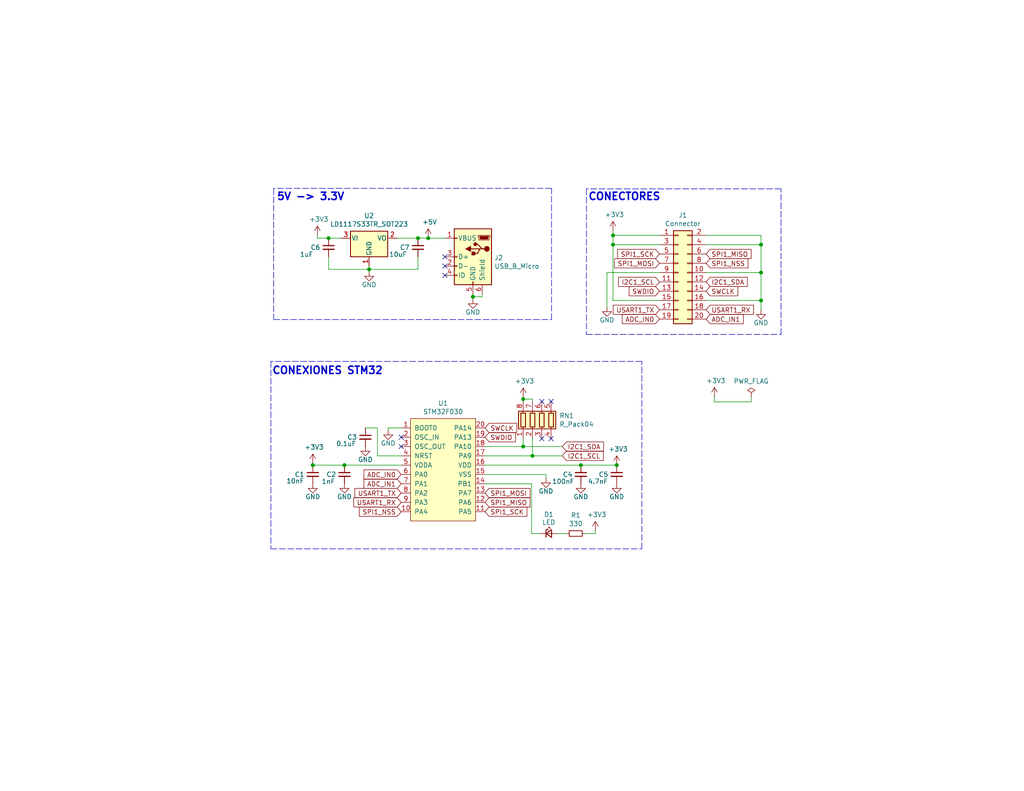
<source format=kicad_sch>
(kicad_sch (version 20211123) (generator eeschema)
  (paper "USLetter")
  (title_block (title "Programación STM32") (date "2020-08-21"))
  (lib_symbols
    (symbol "Connector:USB_B_Micro" (pin_names (offset 1.016))
      (property "Reference" "J" (at -5.08 11.43 0))
      (property "Value" "USB_B_Micro" (at -5.08 8.89 0))
      (symbol "USB_B_Micro_0_1"
        (rectangle (start -5.08 -7.62) (end 5.08 7.62) (stroke (width 0.254)) (fill (type background)))
        (circle (center -3.81 2.159) (radius 0.635) (stroke (width 0.254)) (fill (type outline)))
        (circle (center -0.635 3.429) (radius 0.381) (stroke (width 0.254)) (fill (type outline)))
        (rectangle (start -0.127 -7.62) (end 0.127 -6.858))
        (polyline (pts (xy -1.905 2.159) (xy 0.635 2.159)) (stroke (width 0.254)))
        (polyline (pts (xy -3.175 2.159) (xy -2.54 2.159) (xy -1.27 3.429) (xy -0.635 3.429)) (stroke (width 0.254)))
        (polyline (pts (xy -2.54 2.159) (xy -1.905 2.159) (xy -1.27 0.889) (xy 0 0.889)) (stroke (width 0.254)))
        (polyline (pts (xy 0.635 2.794) (xy 0.635 1.524) (xy 1.905 2.159) (xy 0.635 2.794)) (stroke (width 0.254)) (fill (type outline)))
        (polyline (pts (xy -4.318 5.588) (xy -1.778 5.588) (xy -2.032 4.826) (xy -4.064 4.826) (xy -4.318 5.588)) (fill (type outline)))
        (polyline (pts (xy -4.699 5.842) (xy -4.699 5.588) (xy -4.445 4.826) (xy -4.445 4.572) (xy -1.651 4.572) (xy -1.651 4.826) (xy -1.397 5.588) (xy -1.397 5.842) (xy -4.699 5.842)))
        (rectangle (start 0.254 1.27) (end -0.508 0.508) (stroke (width 0.254)) (fill (type outline)))
        (rectangle (start 5.08 -5.207) (end 4.318 -4.953))
        (rectangle (start 5.08 -2.667) (end 4.318 -2.413))
        (rectangle (start 5.08 -0.127) (end 4.318 0.127))
        (rectangle (start 5.08 4.953) (end 4.318 5.207))
      )
      (symbol "USB_B_Micro_1_1"
        (pin power_out line (at 7.62 5.08 180) (length 2.54) (name "VBUS") (number "1"))
        (pin bidirectional line (at 7.62 -2.54 180) (length 2.54) (name "D-") (number "2"))
        (pin bidirectional line (at 7.62 0 180) (length 2.54) (name "D+") (number "3"))
        (pin passive line (at 7.62 -5.08 180) (length 2.54) (name "ID") (number "4"))
        (pin power_out line (at 0 -10.16 90) (length 2.54) (name "GND") (number "5"))
        (pin passive line (at -2.54 -10.16 90) (length 2.54) (name "Shield") (number "6"))
      )
    )
    (symbol "Connector_Generic:Conn_02x10_Odd_Even" (pin_names (offset 1.016) hide)
      (property "Reference" "J" (at 1.27 12.7 0))
      (property "Value" "Conn_02x10_Odd_Even" (at 1.27 -15.24 0))
      (symbol "Conn_02x10_Odd_Even_1_1"
        (rectangle (start -1.27 -12.573) (end 0 -12.827) (stroke (width 0.1524)))
        (rectangle (start -1.27 -10.033) (end 0 -10.287) (stroke (width 0.1524)))
        (rectangle (start -1.27 -7.493) (end 0 -7.747) (stroke (width 0.1524)))
        (rectangle (start -1.27 -4.953) (end 0 -5.207) (stroke (width 0.1524)))
        (rectangle (start -1.27 -2.413) (end 0 -2.667) (stroke (width 0.1524)))
        (rectangle (start -1.27 0.127) (end 0 -0.127) (stroke (width 0.1524)))
        (rectangle (start -1.27 2.667) (end 0 2.413) (stroke (width 0.1524)))
        (rectangle (start -1.27 5.207) (end 0 4.953) (stroke (width 0.1524)))
        (rectangle (start -1.27 7.747) (end 0 7.493) (stroke (width 0.1524)))
        (rectangle (start -1.27 10.287) (end 0 10.033) (stroke (width 0.1524)))
        (rectangle (start -1.27 11.43) (end 3.81 -13.97) (stroke (width 0.254)) (fill (type background)))
        (rectangle (start 3.81 -12.573) (end 2.54 -12.827) (stroke (width 0.1524)))
        (rectangle (start 3.81 -10.033) (end 2.54 -10.287) (stroke (width 0.1524)))
        (rectangle (start 3.81 -7.493) (end 2.54 -7.747) (stroke (width 0.1524)))
        (rectangle (start 3.81 -4.953) (end 2.54 -5.207) (stroke (width 0.1524)))
        (rectangle (start 3.81 -2.413) (end 2.54 -2.667) (stroke (width 0.1524)))
        (rectangle (start 3.81 0.127) (end 2.54 -0.127) (stroke (width 0.1524)))
        (rectangle (start 3.81 2.667) (end 2.54 2.413) (stroke (width 0.1524)))
        (rectangle (start 3.81 5.207) (end 2.54 4.953) (stroke (width 0.1524)))
        (rectangle (start 3.81 7.747) (end 2.54 7.493) (stroke (width 0.1524)))
        (rectangle (start 3.81 10.287) (end 2.54 10.033) (stroke (width 0.1524)))
        (pin passive line (at -5.08 10.16 0) (length 3.81) (name "Pin_1") (number "1"))
        (pin passive line (at 7.62 0 180) (length 3.81) (name "Pin_10") (number "10"))
        (pin passive line (at -5.08 -2.54 0) (length 3.81) (name "Pin_11") (number "11"))
        (pin passive line (at 7.62 -2.54 180) (length 3.81) (name "Pin_12") (number "12"))
        (pin passive line (at -5.08 -5.08 0) (length 3.81) (name "Pin_13") (number "13"))
        (pin passive line (at 7.62 -5.08 180) (length 3.81) (name "Pin_14") (number "14"))
        (pin passive line (at -5.08 -7.62 0) (length 3.81) (name "Pin_15") (number "15"))
        (pin passive line (at 7.62 -7.62 180) (length 3.81) (name "Pin_16") (number "16"))
        (pin passive line (at -5.08 -10.16 0) (length 3.81) (name "Pin_17") (number "17"))
        (pin passive line (at 7.62 -10.16 180) (length 3.81) (name "Pin_18") (number "18"))
        (pin passive line (at -5.08 -12.7 0) (length 3.81) (name "Pin_19") (number "19"))
        (pin passive line (at 7.62 10.16 180) (length 3.81) (name "Pin_2") (number "2"))
        (pin passive line (at 7.62 -12.7 180) (length 3.81) (name "Pin_20") (number "20"))
        (pin passive line (at -5.08 7.62 0) (length 3.81) (name "Pin_3") (number "3"))
        (pin passive line (at 7.62 7.62 180) (length 3.81) (name "Pin_4") (number "4"))
        (pin passive line (at -5.08 5.08 0) (length 3.81) (name "Pin_5") (number "5"))
        (pin passive line (at 7.62 5.08 180) (length 3.81) (name "Pin_6") (number "6"))
        (pin passive line (at -5.08 2.54 0) (length 3.81) (name "Pin_7") (number "7"))
        (pin passive line (at 7.62 2.54 180) (length 3.81) (name "Pin_8") (number "8"))
        (pin passive line (at -5.08 0 0) (length 3.81) (name "Pin_9") (number "9"))
      )
    )
    (symbol "Device:C_Small" (pin_numbers hide) (pin_names (offset 0.254) hide)
      (property "Reference" "C" (at 0.254 1.778 0))
      (property "Value" "C_Small" (at 0.254 -2.032 0))
      (symbol "C_Small_0_1"
        (polyline (pts (xy -1.524 -0.508) (xy 1.524 -0.508)) (stroke (width 0.3302)))
        (polyline (pts (xy -1.524 0.508) (xy 1.524 0.508)) (stroke (width 0.3048)))
      )
      (symbol "C_Small_1_1"
        (pin passive line (at 0 2.54 270) (length 2.032) (name "~") (number "1"))
        (pin passive line (at 0 -2.54 90) (length 2.032) (name "~") (number "2"))
      )
    )
    (symbol "Device:LED_Small" (pin_numbers hide) (pin_names (offset 0.254) hide)
      (property "Reference" "D" (at -1.27 3.175 0))
      (property "Value" "LED_Small" (at -4.445 -2.54 0))
      (symbol "LED_Small_0_1"
        (polyline (pts (xy -0.762 -1.016) (xy -0.762 1.016)) (stroke (width 0.254)))
        (polyline (pts (xy 1.016 0) (xy -0.762 0)))
        (polyline (pts (xy 0.762 -1.016) (xy -0.762 0) (xy 0.762 1.016) (xy 0.762 -1.016)) (stroke (width 0.254)))
        (polyline (pts (xy 0 0.762) (xy -0.508 1.27) (xy -0.254 1.27) (xy -0.508 1.27) (xy -0.508 1.016)))
        (polyline (pts (xy 0.508 1.27) (xy 0 1.778) (xy 0.254 1.778) (xy 0 1.778) (xy 0 1.524)))
      )
      (symbol "LED_Small_1_1"
        (pin passive line (at -2.54 0 0) (length 1.778) (name "K") (number "1"))
        (pin passive line (at 2.54 0 180) (length 1.778) (name "A") (number "2"))
      )
    )
    (symbol "Device:R_Pack04" (pin_names (offset 0) hide)
      (property "Reference" "RN" (at -7.62 0 90))
      (property "Value" "R_Pack04" (at 5.08 0 90))
      (symbol "R_Pack04_0_1"
        (rectangle (start -6.35 -2.413) (end 3.81 2.413) (stroke (width 0.254)) (fill (type background)))
        (rectangle (start -5.715 1.905) (end -4.445 -1.905) (stroke (width 0.254)))
        (rectangle (start -3.175 1.905) (end -1.905 -1.905) (stroke (width 0.254)))
        (rectangle (start -0.635 1.905) (end 0.635 -1.905) (stroke (width 0.254)))
        (polyline (pts (xy -5.08 -2.54) (xy -5.08 -1.905)))
        (polyline (pts (xy -5.08 1.905) (xy -5.08 2.54)))
        (polyline (pts (xy -2.54 -2.54) (xy -2.54 -1.905)))
        (polyline (pts (xy -2.54 1.905) (xy -2.54 2.54)))
        (polyline (pts (xy 0 -2.54) (xy 0 -1.905)))
        (polyline (pts (xy 0 1.905) (xy 0 2.54)))
        (polyline (pts (xy 2.54 -2.54) (xy 2.54 -1.905)))
        (polyline (pts (xy 2.54 1.905) (xy 2.54 2.54)))
        (rectangle (start 1.905 1.905) (end 3.175 -1.905) (stroke (width 0.254)))
      )
      (symbol "R_Pack04_1_1"
        (pin passive line (at -5.08 -5.08 90) (length 2.54) (name "R1.1") (number "1"))
        (pin passive line (at -2.54 -5.08 90) (length 2.54) (name "R2.1") (number "2"))
        (pin passive line (at 0 -5.08 90) (length 2.54) (name "R3.1") (number "3"))
        (pin passive line (at 2.54 -5.08 90) (length 2.54) (name "R4.1") (number "4"))
        (pin passive line (at 2.54 5.08 270) (length 2.54) (name "R4.2") (number "5"))
        (pin passive line (at 0 5.08 270) (length 2.54) (name "R3.2") (number "6"))
        (pin passive line (at -2.54 5.08 270) (length 2.54) (name "R2.2") (number "7"))
        (pin passive line (at -5.08 5.08 270) (length 2.54) (name "R1.2") (number "8"))
      )
    )
    (symbol "Device:R_Small" (pin_numbers hide) (pin_names (offset 0.254) hide)
      (property "Reference" "R" (at 0.762 0.508 0))
      (property "Value" "R_Small" (at 0.762 -1.016 0))
      (symbol "R_Small_0_1"
        (rectangle (start -0.762 1.778) (end 0.762 -1.778) (stroke (width 0.2032)))
      )
      (symbol "R_Small_1_1"
        (pin passive line (at 0 2.54 270) (length 0.762) (name "~") (number "1"))
        (pin passive line (at 0 -2.54 90) (length 0.762) (name "~") (number "2"))
      )
    )
    (symbol "MCU_ST_STM32F0:STM32F030" (pin_names (offset 1.016))
      (property "Reference" "U" (at 0 15.24 0))
      (property "Value" "STM32F030" (at 0 -15.24 0))
      (symbol "STM32F030_0_1"
        (rectangle (start -8.89 13.97) (end 8.89 -13.97) (fill (type background)))
      )
      (symbol "STM32F030_1_1"
        (pin input line (at -11.43 11.43 0) (length 2.54) (name "BOOT0") (number "1"))
        (pin input line (at -11.43 -11.43 0) (length 2.54) (name "PA4") (number "10"))
        (pin input line (at 11.43 -11.43 180) (length 2.54) (name "PA5") (number "11"))
        (pin input line (at 11.43 -8.89 180) (length 2.54) (name "PA6") (number "12"))
        (pin input line (at 11.43 -6.35 180) (length 2.54) (name "PA7") (number "13"))
        (pin input line (at 11.43 -3.81 180) (length 2.54) (name "PB1") (number "14"))
        (pin input line (at 11.43 -1.27 180) (length 2.54) (name "VSS") (number "15"))
        (pin input line (at 11.43 1.27 180) (length 2.54) (name "VDD") (number "16"))
        (pin input line (at 11.43 3.81 180) (length 2.54) (name "PA9") (number "17"))
        (pin input line (at 11.43 6.35 180) (length 2.54) (name "PA10") (number "18"))
        (pin input line (at 11.43 8.89 180) (length 2.54) (name "PA13") (number "19"))
        (pin input line (at -11.43 8.89 0) (length 2.54) (name "OSC_IN") (number "2"))
        (pin input line (at 11.43 11.43 180) (length 2.54) (name "PA14") (number "20"))
        (pin input line (at -11.43 6.35 0) (length 2.54) (name "OSC_OUT") (number "3"))
        (pin input line (at -11.43 3.81 0) (length 2.54) (name "NRST") (number "4"))
        (pin input line (at -11.43 1.27 0) (length 2.54) (name "VDDA") (number "5"))
        (pin input line (at -11.43 -1.27 0) (length 2.54) (name "PA0") (number "6"))
        (pin input line (at -11.43 -3.81 0) (length 2.54) (name "PA1") (number "7"))
        (pin input line (at -11.43 -6.35 0) (length 2.54) (name "PA2") (number "8"))
        (pin input line (at -11.43 -8.89 0) (length 2.54) (name "PA3") (number "9"))
      )
    )
    (symbol "Regulator_Linear:LD1117S33TR_SOT223" (pin_names (offset 0.254))
      (property "Reference" "U" (at -3.81 3.175 0))
      (property "Value" "LD1117S33TR_SOT223" (at 0 3.175 0))
      (symbol "LD1117S33TR_SOT223_0_1"
        (rectangle (start -5.08 -5.08) (end 5.08 1.905) (stroke (width 0.254)) (fill (type background)))
      )
      (symbol "LD1117S33TR_SOT223_1_1"
        (pin power_in line (at 0 -7.62 90) (length 2.54) (name "GND") (number "1"))
        (pin power_out line (at 7.62 0 180) (length 2.54) (name "VO") (number "2"))
        (pin power_in line (at -7.62 0 0) (length 2.54) (name "VI") (number "3"))
      )
    )
    (symbol "power:+3.3V" (power) (pin_names (offset 0))
      (property "Value" "+3.3V" (at 0 3.556 0))
      (symbol "+3.3V_0_1"
        (polyline (pts (xy -0.762 1.27) (xy 0 2.54)))
        (polyline (pts (xy 0 0) (xy 0 2.54)))
        (polyline (pts (xy 0 2.54) (xy 0.762 1.27)))
      )
      (symbol "+3.3V_1_1"
        (pin power_in line (at 0 0 90) (length 0) hide (name "+3V3") (number "1"))
      )
    )
    (symbol "power:+5V" (power) (pin_names (offset 0))
      (property "Value" "+5V" (at 0 3.556 0))
      (symbol "+5V_0_1"
        (polyline (pts (xy -0.762 1.27) (xy 0 2.54)))
        (polyline (pts (xy 0 0) (xy 0 2.54)))
        (polyline (pts (xy 0 2.54) (xy 0.762 1.27)))
      )
      (symbol "+5V_1_1"
        (pin power_in line (at 0 0 90) (length 0) hide (name "+5V") (number "1"))
      )
    )
    (symbol "power:GND" (power) (pin_names (offset 0))
      (property "Value" "GND" (at 0 -3.81 0))
      (symbol "GND_0_1"
        (polyline (pts (xy 0 0) (xy 0 -1.27) (xy 1.27 -1.27) (xy 0 -2.54) (xy -1.27 -1.27) (xy 0 -1.27)))
      )
      (symbol "GND_1_1"
        (pin power_in line (at 0 0 270) (length 0) hide (name "GND") (number "1"))
      )
    )
    (symbol "power:PWR_FLAG" (power) (pin_numbers hide) (pin_names (offset 0) hide)
      (property "Value" "PWR_FLAG" (at 0 3.81 0))
      (symbol "PWR_FLAG_0_0"
        (pin power_out line (at 0 0 90) (length 0) (name "pwr") (number "1"))
      )
      (symbol "PWR_FLAG_0_1"
        (polyline (pts (xy 0 0) (xy 0 1.27) (xy -1.016 1.905) (xy 0 2.54) (xy 1.016 1.905) (xy 0 1.27)))
      )
    )
  )
  (junction (at 158.496 127))
  (junction (at 129.032 81.026))
  (junction (at 85.344 127))
  (junction (at 89.662 65.024))
  (junction (at 167.259 64.262))
  (junction (at 207.645 82.042))
  (junction (at 142.748 108.966))
  (junction (at 114.046 65.024))
  (junction (at 93.98 127))
  (junction (at 100.711 73.533))
  (junction (at 142.748 121.92))
  (junction (at 207.645 74.422))
  (junction (at 207.645 66.802))
  (junction (at 145.288 124.46))
  (junction (at 116.84 65.024))
  (junction (at 168.275 127))
  (junction (at 167.259 66.802))
  (no_connect (at 150.368 109.601))
  (no_connect (at 147.828 109.601))
  (no_connect (at 109.474 119.38))
  (no_connect (at 150.368 119.761))
  (no_connect (at 121.412 75.184))
  (no_connect (at 121.412 72.644))
  (no_connect (at 109.474 121.92))
  (no_connect (at 147.828 119.761))
  (no_connect (at 121.412 70.104))
  (wire (pts (xy 131.572 80.264) (xy 131.572 81.026)))
  (wire (pts (xy 165.608 74.422) (xy 165.608 83.82)))
  (wire (pts (xy 179.959 82.042) (xy 167.259 82.042)))
  (wire (pts (xy 179.959 66.802) (xy 167.259 66.802)))
  (wire (pts (xy 207.645 64.262) (xy 207.645 66.802)))
  (wire (pts (xy 105.918 116.84) (xy 109.474 116.84)))
  (wire (pts (xy 167.259 64.262) (xy 167.259 62.992)))
  (wire (pts (xy 100.711 73.533) (xy 100.711 74.168)))
  (polyline (pts (xy 213.106 91.313) (xy 213.106 51.562)))
  (polyline (pts (xy 150.495 51.435) (xy 74.676 51.435)))
  (wire (pts (xy 142.748 108.966) (xy 142.748 109.601)))
  (wire (pts (xy 179.959 74.422) (xy 165.608 74.422)))
  (polyline (pts (xy 73.914 98.679) (xy 73.914 149.86)))
  (wire (pts (xy 114.046 65.024) (xy 116.84 65.024)))
  (wire (pts (xy 168.275 127) (xy 158.496 127)))
  (wire (pts (xy 159.639 145.669) (xy 162.433 145.669)))
  (wire (pts (xy 152.273 145.669) (xy 154.559 145.669)))
  (wire (pts (xy 132.334 121.92) (xy 142.748 121.92)))
  (wire (pts (xy 85.344 126.492) (xy 85.344 127)))
  (polyline (pts (xy 175.133 98.679) (xy 73.914 98.679)))
  (wire (pts (xy 89.662 65.024) (xy 93.091 65.024)))
  (wire (pts (xy 204.978 109.728) (xy 204.978 108.458)))
  (wire (pts (xy 207.645 82.042) (xy 207.645 84.582)))
  (wire (pts (xy 167.259 82.042) (xy 167.259 66.802)))
  (wire (pts (xy 102.997 124.46) (xy 109.474 124.46)))
  (polyline (pts (xy 160.02 91.313) (xy 213.106 91.313)))
  (wire (pts (xy 142.748 108.458) (xy 142.748 108.966)))
  (wire (pts (xy 192.659 74.422) (xy 207.645 74.422)))
  (wire (pts (xy 108.331 65.024) (xy 114.046 65.024)))
  (wire (pts (xy 147.193 145.669) (xy 145.034 145.669)))
  (polyline (pts (xy 74.676 87.249) (xy 150.495 87.249)))
  (wire (pts (xy 129.032 80.264) (xy 129.032 81.026)))
  (polyline (pts (xy 74.676 51.435) (xy 74.676 87.249)))
  (wire (pts (xy 207.645 66.802) (xy 207.645 74.422)))
  (wire (pts (xy 192.659 66.802) (xy 207.645 66.802)))
  (wire (pts (xy 207.645 74.422) (xy 207.645 82.042)))
  (wire (pts (xy 86.614 65.024) (xy 89.662 65.024)))
  (wire (pts (xy 89.662 70.104) (xy 89.662 73.533)))
  (wire (pts (xy 179.959 64.262) (xy 167.259 64.262)))
  (wire (pts (xy 132.334 132.08) (xy 145.034 132.08)))
  (polyline (pts (xy 73.914 149.86) (xy 175.133 149.86)))
  (wire (pts (xy 145.288 124.46) (xy 153.416 124.46)))
  (wire (pts (xy 158.496 127) (xy 132.334 127)))
  (wire (pts (xy 131.572 81.026) (xy 129.032 81.026)))
  (polyline (pts (xy 175.133 149.86) (xy 175.133 98.679)))
  (polyline (pts (xy 150.495 87.249) (xy 150.495 51.435)))
  (wire (pts (xy 105.918 117.475) (xy 105.918 116.84)))
  (polyline (pts (xy 160.02 51.562) (xy 160.02 91.313)))
  (wire (pts (xy 114.046 73.533) (xy 100.711 73.533)))
  (wire (pts (xy 145.288 108.966) (xy 142.748 108.966)))
  (wire (pts (xy 86.614 64.262) (xy 86.614 65.024)))
  (wire (pts (xy 167.259 66.802) (xy 167.259 64.262)))
  (wire (pts (xy 194.945 108.331) (xy 194.945 109.728)))
  (wire (pts (xy 162.433 145.669) (xy 162.433 144.907)))
  (wire (pts (xy 116.84 65.024) (xy 121.412 65.024)))
  (wire (pts (xy 99.695 116.84) (xy 102.997 116.84)))
  (wire (pts (xy 132.334 124.46) (xy 145.288 124.46)))
  (wire (pts (xy 142.748 121.92) (xy 153.416 121.92)))
  (wire (pts (xy 192.659 64.262) (xy 207.645 64.262)))
  (wire (pts (xy 129.032 81.026) (xy 129.032 81.661)))
  (wire (pts (xy 102.997 116.84) (xy 102.997 124.46)))
  (wire (pts (xy 194.945 109.728) (xy 204.978 109.728)))
  (wire (pts (xy 132.334 129.54) (xy 148.971 129.54)))
  (wire (pts (xy 100.711 72.644) (xy 100.711 73.533)))
  (wire (pts (xy 145.288 109.601) (xy 145.288 108.966)))
  (wire (pts (xy 114.046 70.104) (xy 114.046 73.533)))
  (wire (pts (xy 89.662 73.533) (xy 100.711 73.533)))
  (wire (pts (xy 145.034 132.08) (xy 145.034 145.669)))
  (wire (pts (xy 93.98 127) (xy 109.474 127)))
  (wire (pts (xy 145.288 119.761) (xy 145.288 124.46)))
  (wire (pts (xy 142.748 119.761) (xy 142.748 121.92)))
  (wire (pts (xy 192.659 82.042) (xy 207.645 82.042)))
  (polyline (pts (xy 213.106 51.562) (xy 160.02 51.562)))
  (wire (pts (xy 85.344 127) (xy 93.98 127)))
  (wire (pts (xy 148.971 129.54) (xy 148.971 130.556)))
  (text "CONEXIONES STM32" (at 74.168 102.489 0) (effects (font (size 2.0066 2.0066) (thickness 0.4013) bold) (justify left bottom)))
  (text "5V -> 3.3V" (at 75.438 54.991 0) (effects (font (size 2.0066 2.0066) (thickness 0.4013) bold) (justify left bottom)))
  (text "CONECTORES" (at 160.401 54.991 0) (effects (font (size 2.0066 2.0066) (thickness 0.4013) bold) (justify left bottom)))
  (global_label "ADC_IN0" (shape input) (at 109.474 129.54 180) (property "Intersheet References" "${INTERSHEET_REFS}" (effects hide)))
  (global_label "I2C1_SCL" (shape input) (at 153.416 124.46 0) (property "Intersheet References" "${INTERSHEET_REFS}" (effects hide)))
  (global_label "SPI1_SCK" (shape input) (at 179.959 69.342 180) (property "Intersheet References" "${INTERSHEET_REFS}" (effects hide)))
  (global_label "I2C1_SCL" (shape input) (at 179.959 76.962 180) (property "Intersheet References" "${INTERSHEET_REFS}" (effects hide)))
  (global_label "SPI1_SCK" (shape input) (at 132.334 139.7 0) (property "Intersheet References" "${INTERSHEET_REFS}" (effects hide)))
  (global_label "SWCLK" (shape input) (at 192.659 79.502 0) (property "Intersheet References" "${INTERSHEET_REFS}" (effects hide)))
  (global_label "USART1_RX" (shape input) (at 192.659 84.582 0) (property "Intersheet References" "${INTERSHEET_REFS}" (effects hide)))
  (global_label "USART1_TX" (shape input) (at 109.474 134.62 180) (property "Intersheet References" "${INTERSHEET_REFS}" (effects hide)))
  (global_label "I2C1_SDA" (shape input) (at 153.416 121.92 0) (property "Intersheet References" "${INTERSHEET_REFS}" (effects hide)))
  (global_label "SPI1_MISO" (shape input) (at 192.659 69.342 0) (property "Intersheet References" "${INTERSHEET_REFS}" (effects hide)))
  (global_label "SWDIO" (shape input) (at 132.334 119.38 0) (property "Intersheet References" "${INTERSHEET_REFS}" (effects hide)))
  (global_label "SWCLK" (shape input) (at 132.334 116.84 0) (property "Intersheet References" "${INTERSHEET_REFS}" (effects hide)))
  (global_label "ADC_IN0" (shape input) (at 179.959 87.122 180) (property "Intersheet References" "${INTERSHEET_REFS}" (effects hide)))
  (global_label "SPI1_NSS" (shape input) (at 109.474 139.7 180) (property "Intersheet References" "${INTERSHEET_REFS}" (effects hide)))
  (global_label "USART1_RX" (shape input) (at 109.474 137.16 180) (property "Intersheet References" "${INTERSHEET_REFS}" (effects hide)))
  (global_label "I2C1_SDA" (shape input) (at 192.659 76.962 0) (property "Intersheet References" "${INTERSHEET_REFS}" (effects hide)))
  (global_label "USART1_TX" (shape input) (at 179.959 84.582 180) (property "Intersheet References" "${INTERSHEET_REFS}" (effects hide)))
  (global_label "ADC_IN1" (shape input) (at 192.659 87.122 0) (property "Intersheet References" "${INTERSHEET_REFS}" (effects hide)))
  (global_label "SPI1_MOSI" (shape input) (at 132.334 134.62 0) (property "Intersheet References" "${INTERSHEET_REFS}" (effects hide)))
  (global_label "ADC_IN1" (shape input) (at 109.474 132.08 180) (property "Intersheet References" "${INTERSHEET_REFS}" (effects hide)))
  (global_label "SPI1_NSS" (shape input) (at 192.659 71.882 0) (property "Intersheet References" "${INTERSHEET_REFS}" (effects hide)))
  (global_label "SPI1_MISO" (shape input) (at 132.334 137.16 0) (property "Intersheet References" "${INTERSHEET_REFS}" (effects hide)))
  (global_label "SWDIO" (shape input) (at 179.959 79.502 180) (property "Intersheet References" "${INTERSHEET_REFS}" (effects hide)))
  (global_label "SPI1_MOSI" (shape input) (at 179.959 71.882 180) (property "Intersheet References" "${INTERSHEET_REFS}" (effects hide)))
  (symbol (lib_id "Device:R_Small") (at 157.099 145.669 90) (unit 1)
    (property "Reference" "R1" (at 157.099 140.6906 90))
    (property "Value" "330" (at 157.099 143.002 90))
    (property "Footprint" "Resistor_SMD:R_0805_2012Metric_Pad1.15x1.40mm_HandSolder" (effects hide))
  )
  (symbol (lib_id "Device:LED_Small") (at 149.733 145.669 0) (unit 1)
    (property "Reference" "D1" (at 149.733 140.462 0))
    (property "Value" "LED" (at 149.733 142.621 0))
    (property "Footprint" "LED_SMD:LED_0805_2012Metric_Pad1.15x1.40mm_HandSolder" (effects hide))
  )
  (symbol (lib_id "Connector_Generic:Conn_02x10_Odd_Even") (at 185.039 74.422 0) (unit 1)
    (property "Reference" "J1" (at 186.309 58.7502 0))
    (property "Value" "Connector" (at 186.309 61.0616 0))
    (property "Footprint" "Connector_PinHeader_2.54mm:PinHeader_2x10_P2.54mm_Vertical" (effects hide))
  )
  (symbol (lib_id "power:GND") (at 105.918 117.475 0) (unit 1)
    (property "Reference" "#PWR05" (effects hide))
    (property "Value" "GND" (at 105.918 121.031 0))
  )
  (symbol (lib_id "power:+3.3V") (at 85.344 126.492 0) (unit 1)
    (property "Reference" "#PWR01" (effects hide))
    (property "Value" "+3.3V" (at 85.725 122.0978 0))
  )
  (symbol (lib_id "Device:C_Small") (at 99.695 119.38 0) (unit 1)
    (property "Reference" "C3" (at 94.742 119.38 0) (effects (justify left)))
    (property "Value" "0.1uF" (at 91.694 121.158 0) (effects (justify left)))
    (property "Footprint" "Capacitor_SMD:C_0805_2012Metric_Pad1.15x1.40mm_HandSolder" (effects hide))
  )
  (symbol (lib_id "MCU_ST_STM32F0:STM32F030") (at 120.904 128.27 0) (unit 1)
    (property "Reference" "U1" (at 120.904 110.109 0))
    (property "Value" "STM32F030" (at 120.904 112.4204 0))
    (property "Footprint" "Package_SO:TSSOP-20_4.4x6.5mm_P0.65mm" (effects hide))
    (property "Datasheet" "https://www.st.com/resource/en/datasheet/stm32f030f4.pdf" (effects hide))
  )
  (symbol (lib_id "power:GND") (at 99.695 121.92 0) (unit 1)
    (property "Reference" "#PWR04" (effects hide))
    (property "Value" "GND" (at 99.695 125.476 0))
  )
  (symbol (lib_id "Device:C_Small") (at 85.344 129.54 0) (unit 1)
    (property "Reference" "C1" (at 80.391 129.54 0) (effects (justify left)))
    (property "Value" "10nF" (at 78.105 131.318 0) (effects (justify left)))
    (property "Footprint" "Capacitor_SMD:C_0805_2012Metric_Pad1.15x1.40mm_HandSolder" (effects hide))
  )
  (symbol (lib_id "Device:C_Small") (at 93.98 129.54 0) (unit 1)
    (property "Reference" "C2" (at 89.027 129.54 0) (effects (justify left)))
    (property "Value" "1nF" (at 87.757 131.445 0) (effects (justify left)))
    (property "Footprint" "Capacitor_SMD:C_0805_2012Metric_Pad1.15x1.40mm_HandSolder" (effects hide))
  )
  (symbol (lib_id "power:GND") (at 85.344 132.08 0) (unit 1)
    (property "Reference" "#PWR02" (effects hide))
    (property "Value" "GND" (at 85.344 135.636 0))
  )
  (symbol (lib_id "power:GND") (at 93.98 132.08 0) (unit 1)
    (property "Reference" "#PWR03" (effects hide))
    (property "Value" "GND" (at 93.98 135.636 0))
  )
  (symbol (lib_id "power:+3.3V") (at 162.433 144.907 0) (unit 1)
    (property "Reference" "#PWR09" (effects hide))
    (property "Value" "+3.3V" (at 162.814 140.5128 0))
  )
  (symbol (lib_id "power:GND") (at 148.971 130.556 0) (unit 1)
    (property "Reference" "#PWR07" (effects hide))
    (property "Value" "GND" (at 148.971 134.112 0))
  )
  (symbol (lib_id "Device:C_Small") (at 158.496 129.54 0) (unit 1)
    (property "Reference" "C4" (at 153.543 129.54 0) (effects (justify left)))
    (property "Value" "100nF" (at 150.622 131.445 0) (effects (justify left)))
    (property "Footprint" "Capacitor_SMD:C_0805_2012Metric_Pad1.15x1.40mm_HandSolder" (effects hide))
  )
  (symbol (lib_id "Device:C_Small") (at 168.275 129.54 0) (unit 1)
    (property "Reference" "C5" (at 163.322 129.54 0) (effects (justify left)))
    (property "Value" "4.7nF" (at 160.401 131.445 0) (effects (justify left)))
    (property "Footprint" "Capacitor_SMD:C_0805_2012Metric_Pad1.15x1.40mm_HandSolder" (effects hide))
  )
  (symbol (lib_id "power:GND") (at 158.496 132.08 0) (unit 1)
    (property "Reference" "#PWR08" (effects hide))
    (property "Value" "GND" (at 158.496 135.636 0))
  )
  (symbol (lib_id "Device:C_Small") (at 89.662 67.564 0) (unit 1)
    (property "Reference" "C6" (at 84.709 67.564 0) (effects (justify left)))
    (property "Value" "1uF" (at 81.788 69.469 0) (effects (justify left)))
    (property "Footprint" "Capacitor_SMD:C_0805_2012Metric_Pad1.15x1.40mm_HandSolder" (effects hide))
  )
  (symbol (lib_id "power:GND") (at 168.275 132.08 0) (unit 1)
    (property "Reference" "#PWR011" (effects hide))
    (property "Value" "GND" (at 168.275 135.636 0))
  )
  (symbol (lib_id "Device:C_Small") (at 114.046 67.564 0) (unit 1)
    (property "Reference" "C7" (at 109.093 67.564 0) (effects (justify left)))
    (property "Value" "10uF" (at 106.172 69.469 0) (effects (justify left)))
    (property "Footprint" "Capacitor_SMD:C_0805_2012Metric_Pad1.15x1.40mm_HandSolder" (effects hide))
  )
  (symbol (lib_id "power:+3.3V") (at 168.275 127 0) (unit 1)
    (property "Reference" "#PWR010" (effects hide))
    (property "Value" "+3.3V" (at 168.656 122.6058 0))
  )
  (symbol (lib_id "power:GND") (at 207.645 84.582 0) (unit 1)
    (property "Reference" "#PWR014" (effects hide))
    (property "Value" "GND" (at 207.645 88.138 0))
  )
  (symbol (lib_id "power:+3.3V") (at 167.259 62.992 0) (unit 1)
    (property "Reference" "#PWR012" (effects hide))
    (property "Value" "+3.3V" (at 167.64 58.5978 0))
  )
  (symbol (lib_id "Device:R_Pack04") (at 147.828 114.681 0) (unit 1)
    (property "Reference" "RN1" (at 152.6032 113.5126 0) (effects (justify left)))
    (property "Value" "R_Pack04" (at 152.6032 115.824 0) (effects (justify left)))
    (property "Footprint" "Resistor_SMD:R_Array_Convex_4x0603" (effects hide))
  )
  (symbol (lib_id "power:+3.3V") (at 142.748 108.458 0) (unit 1)
    (property "Reference" "#PWR06" (effects hide))
    (property "Value" "+3.3V" (at 143.129 104.0638 0))
  )
  (symbol (lib_id "power:+3.3V") (at 86.614 64.262 0) (unit 1)
    (property "Reference" "#PWR015" (effects hide))
    (property "Value" "+3.3V" (at 86.995 59.8678 0))
  )
  (symbol (lib_id "power:GND") (at 100.711 74.168 0) (unit 1)
    (property "Reference" "#PWR016" (effects hide))
    (property "Value" "GND" (at 100.711 77.724 0))
  )
  (symbol (lib_id "power:GND") (at 129.032 81.661 0) (unit 1)
    (property "Reference" "#PWR018" (effects hide))
    (property "Value" "GND" (at 129.032 85.217 0))
  )
  (symbol (lib_id "power:GND") (at 165.608 83.82 0) (unit 1)
    (property "Reference" "#PWR0101" (effects hide))
    (property "Value" "GND" (at 165.608 87.376 0))
  )
  (symbol (lib_id "Connector:USB_B_Micro") (at 129.032 70.104 0) (mirror y) (unit 1)
    (property "Reference" "J2" (at 134.874 70.3834 0) (effects (justify right)))
    (property "Value" "USB_B_Micro" (at 134.874 72.6948 0) (effects (justify right)))
    (property "Footprint" "Connector_USB:USB_Micro-B_Molex-105017-0001" (effects hide))
  )
  (symbol (lib_id "Regulator_Linear:LD1117S33TR_SOT223") (at 100.711 65.024 0) (unit 1)
    (property "Reference" "U2" (at 100.711 58.8772 0))
    (property "Value" "LD1117S33TR_SOT223" (at 100.711 61.1886 0))
    (property "Footprint" "Package_TO_SOT_SMD:SOT-223-3_TabPin2" (effects hide))
    (property "Datasheet" "http://www.st.com/st-web-ui/static/active/en/resource/technical/document/datasheet/CD00000544.pdf" (effects hide))
  )
  (symbol (lib_id "power:+5V") (at 116.84 65.024 0) (unit 1)
    (property "Reference" "#PWR017" (effects hide))
    (property "Value" "+5V" (at 117.221 60.6298 0))
  )
  (symbol (lib_id "power:PWR_FLAG") (at 204.978 108.458 0) (unit 1)
    (property "Reference" "#FLG0101" (effects hide))
    (property "Value" "PWR_FLAG" (at 204.978 104.0638 0))
  )
  (symbol (lib_id "power:+3.3V") (at 194.945 108.331 0) (unit 1)
    (property "Reference" "#PWR0102" (effects hide))
    (property "Value" "+3.3V" (at 195.326 103.9368 0))
  )
)
</source>
